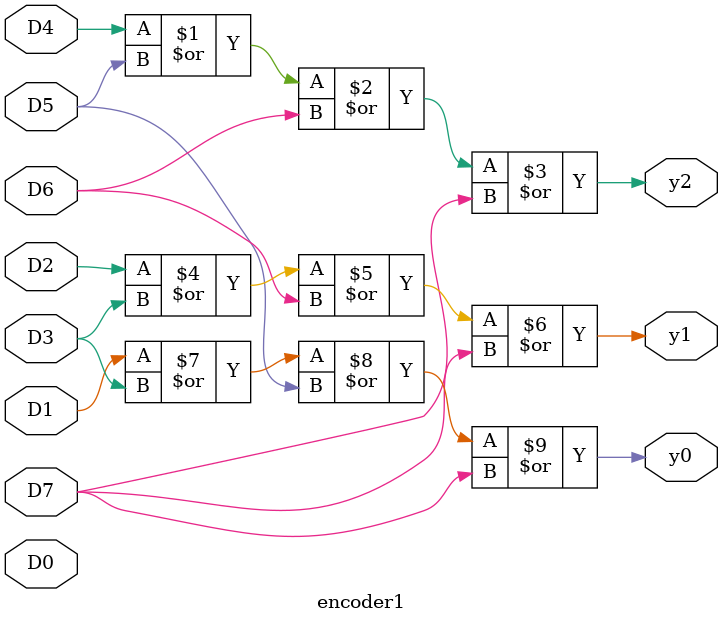
<source format=v>
module encoder1(D0,D1,D2,D3,D4,D5,D6,D7,
y0,y1,y2);

input D0,D1,D2,D3,D4,D5,D6,D7;
output y0,y1,y2;

assign y2 = D4 | D5 | D6 | D7;
assign y1 = D2 | D3 | D6 | D7;
assign y0 = D1 | D3 | D5 | D7;
endmodule
</source>
